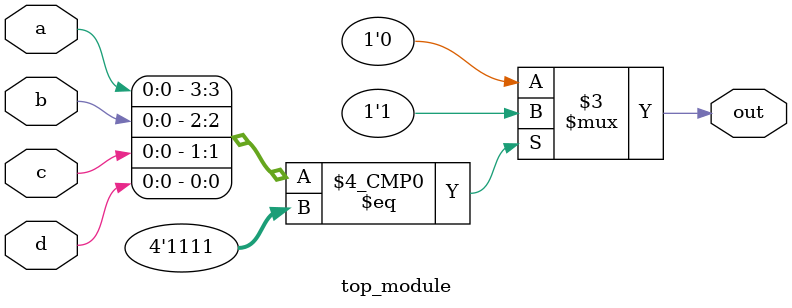
<source format=sv>
module top_module (
	input a, 
	input b,
	input c,
	input d,
	output reg out
);

always @(*) begin
	case ({a,b,c,d})
		4'b0000: out = 1'b0;
		4'b1111: out = 1'b1;
		default: out = 1'b0;
	endcase
end

endmodule

</source>
